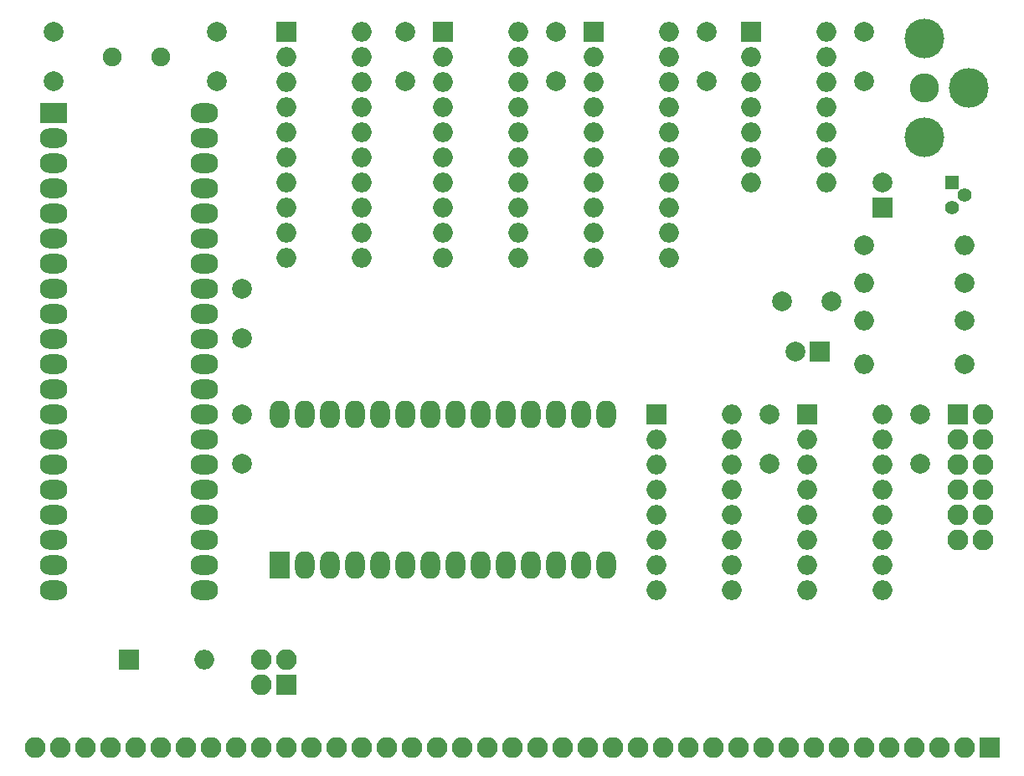
<source format=gts>
G04 #@! TF.FileFunction,Soldermask,Top*
%FSLAX46Y46*%
G04 Gerber Fmt 4.6, Leading zero omitted, Abs format (unit mm)*
G04 Created by KiCad (PCBNEW 4.0.7) date 01/29/20 23:24:51*
%MOMM*%
%LPD*%
G01*
G04 APERTURE LIST*
%ADD10C,0.100000*%
%ADD11R,2.000000X2.000000*%
%ADD12C,2.000000*%
%ADD13R,2.100000X2.100000*%
%ADD14O,2.100000X2.100000*%
%ADD15O,2.000000X2.000000*%
%ADD16C,1.900000*%
%ADD17C,2.950000*%
%ADD18C,4.016000*%
%ADD19C,1.400000*%
%ADD20R,1.400000X1.400000*%
%ADD21R,2.800000X2.000000*%
%ADD22O,2.800000X2.000000*%
%ADD23R,2.000000X2.800000*%
%ADD24O,2.000000X2.800000*%
G04 APERTURE END LIST*
D10*
D11*
X175895000Y-107315000D03*
D12*
X173395000Y-107315000D03*
D13*
X193040000Y-147320000D03*
D14*
X190500000Y-147320000D03*
X187960000Y-147320000D03*
X185420000Y-147320000D03*
X182880000Y-147320000D03*
X180340000Y-147320000D03*
X177800000Y-147320000D03*
X175260000Y-147320000D03*
X172720000Y-147320000D03*
X170180000Y-147320000D03*
X167640000Y-147320000D03*
X165100000Y-147320000D03*
X162560000Y-147320000D03*
X160020000Y-147320000D03*
X157480000Y-147320000D03*
X154940000Y-147320000D03*
X152400000Y-147320000D03*
X149860000Y-147320000D03*
X147320000Y-147320000D03*
X144780000Y-147320000D03*
X142240000Y-147320000D03*
X139700000Y-147320000D03*
X137160000Y-147320000D03*
X134620000Y-147320000D03*
X132080000Y-147320000D03*
X129540000Y-147320000D03*
X127000000Y-147320000D03*
X124460000Y-147320000D03*
X121920000Y-147320000D03*
X119380000Y-147320000D03*
X116840000Y-147320000D03*
X114300000Y-147320000D03*
X111760000Y-147320000D03*
X109220000Y-147320000D03*
X106680000Y-147320000D03*
X104140000Y-147320000D03*
X101600000Y-147320000D03*
X99060000Y-147320000D03*
X96520000Y-147320000D03*
D11*
X174625000Y-113665000D03*
D15*
X182245000Y-131445000D03*
X174625000Y-116205000D03*
X182245000Y-128905000D03*
X174625000Y-118745000D03*
X182245000Y-126365000D03*
X174625000Y-121285000D03*
X182245000Y-123825000D03*
X174625000Y-123825000D03*
X182245000Y-121285000D03*
X174625000Y-126365000D03*
X182245000Y-118745000D03*
X174625000Y-128905000D03*
X182245000Y-116205000D03*
X174625000Y-131445000D03*
X182245000Y-113665000D03*
D11*
X159385000Y-113665000D03*
D15*
X167005000Y-131445000D03*
X159385000Y-116205000D03*
X167005000Y-128905000D03*
X159385000Y-118745000D03*
X167005000Y-126365000D03*
X159385000Y-121285000D03*
X167005000Y-123825000D03*
X159385000Y-123825000D03*
X167005000Y-121285000D03*
X159385000Y-126365000D03*
X167005000Y-118745000D03*
X159385000Y-128905000D03*
X167005000Y-116205000D03*
X159385000Y-131445000D03*
X167005000Y-113665000D03*
D13*
X189865000Y-113665000D03*
D14*
X192405000Y-113665000D03*
X189865000Y-116205000D03*
X192405000Y-116205000D03*
X189865000Y-118745000D03*
X192405000Y-118745000D03*
X189865000Y-121285000D03*
X192405000Y-121285000D03*
X189865000Y-123825000D03*
X192405000Y-123825000D03*
X189865000Y-126365000D03*
X192405000Y-126365000D03*
D12*
X117475000Y-100965000D03*
X117475000Y-105965000D03*
X186055000Y-113665000D03*
X186055000Y-118665000D03*
X117475000Y-113665000D03*
X117475000Y-118665000D03*
X170815000Y-113665000D03*
X170815000Y-118665000D03*
X190500000Y-100330000D03*
D15*
X180340000Y-100330000D03*
D12*
X190500000Y-104140000D03*
D15*
X180340000Y-104140000D03*
D12*
X180340000Y-96520000D03*
D15*
X190500000Y-96520000D03*
D16*
X109220000Y-77470000D03*
X104340000Y-77470000D03*
D12*
X149225000Y-74930000D03*
X149225000Y-79930000D03*
X133985000Y-74930000D03*
X133985000Y-79930000D03*
X164465000Y-74930000D03*
X164465000Y-79930000D03*
X98425000Y-74930000D03*
X98425000Y-79930000D03*
X114935000Y-74930000D03*
X114935000Y-79930000D03*
X172085000Y-102235000D03*
X177085000Y-102235000D03*
D11*
X182245000Y-92710000D03*
D12*
X182245000Y-90210000D03*
D11*
X106045000Y-138430000D03*
D15*
X113665000Y-138430000D03*
D13*
X121920000Y-140970000D03*
D14*
X119380000Y-140970000D03*
X121920000Y-138430000D03*
X119380000Y-138430000D03*
D17*
X186455000Y-80645000D03*
D18*
X186455000Y-85645000D03*
X186455000Y-75645000D03*
X190955000Y-80645000D03*
D19*
X190500000Y-91440000D03*
X189230000Y-92710000D03*
D20*
X189230000Y-90170000D03*
D21*
X98425000Y-83185000D03*
D22*
X113665000Y-131445000D03*
X98425000Y-85725000D03*
X113665000Y-128905000D03*
X98425000Y-88265000D03*
X113665000Y-126365000D03*
X98425000Y-90805000D03*
X113665000Y-123825000D03*
X98425000Y-93345000D03*
X113665000Y-121285000D03*
X98425000Y-95885000D03*
X113665000Y-118745000D03*
X98425000Y-98425000D03*
X113665000Y-116205000D03*
X98425000Y-100965000D03*
X113665000Y-113665000D03*
X98425000Y-103505000D03*
X113665000Y-111125000D03*
X98425000Y-106045000D03*
X113665000Y-108585000D03*
X98425000Y-108585000D03*
X113665000Y-106045000D03*
X98425000Y-111125000D03*
X113665000Y-103505000D03*
X98425000Y-113665000D03*
X113665000Y-100965000D03*
X98425000Y-116205000D03*
X113665000Y-98425000D03*
X98425000Y-118745000D03*
X113665000Y-95885000D03*
X98425000Y-121285000D03*
X113665000Y-93345000D03*
X98425000Y-123825000D03*
X113665000Y-90805000D03*
X98425000Y-126365000D03*
X113665000Y-88265000D03*
X98425000Y-128905000D03*
X113665000Y-85725000D03*
X98425000Y-131445000D03*
X113665000Y-83185000D03*
D23*
X121285000Y-128905000D03*
D24*
X154305000Y-113665000D03*
X123825000Y-128905000D03*
X151765000Y-113665000D03*
X126365000Y-128905000D03*
X149225000Y-113665000D03*
X128905000Y-128905000D03*
X146685000Y-113665000D03*
X131445000Y-128905000D03*
X144145000Y-113665000D03*
X133985000Y-128905000D03*
X141605000Y-113665000D03*
X136525000Y-128905000D03*
X139065000Y-113665000D03*
X139065000Y-128905000D03*
X136525000Y-113665000D03*
X141605000Y-128905000D03*
X133985000Y-113665000D03*
X144145000Y-128905000D03*
X131445000Y-113665000D03*
X146685000Y-128905000D03*
X128905000Y-113665000D03*
X149225000Y-128905000D03*
X126365000Y-113665000D03*
X151765000Y-128905000D03*
X123825000Y-113665000D03*
X154305000Y-128905000D03*
X121285000Y-113665000D03*
D11*
X168910000Y-74930000D03*
D15*
X176530000Y-90170000D03*
X168910000Y-77470000D03*
X176530000Y-87630000D03*
X168910000Y-80010000D03*
X176530000Y-85090000D03*
X168910000Y-82550000D03*
X176530000Y-82550000D03*
X168910000Y-85090000D03*
X176530000Y-80010000D03*
X168910000Y-87630000D03*
X176530000Y-77470000D03*
X168910000Y-90170000D03*
X176530000Y-74930000D03*
D11*
X137795000Y-74930000D03*
D15*
X145415000Y-97790000D03*
X137795000Y-77470000D03*
X145415000Y-95250000D03*
X137795000Y-80010000D03*
X145415000Y-92710000D03*
X137795000Y-82550000D03*
X145415000Y-90170000D03*
X137795000Y-85090000D03*
X145415000Y-87630000D03*
X137795000Y-87630000D03*
X145415000Y-85090000D03*
X137795000Y-90170000D03*
X145415000Y-82550000D03*
X137795000Y-92710000D03*
X145415000Y-80010000D03*
X137795000Y-95250000D03*
X145415000Y-77470000D03*
X137795000Y-97790000D03*
X145415000Y-74930000D03*
D11*
X121920000Y-74930000D03*
D15*
X129540000Y-97790000D03*
X121920000Y-77470000D03*
X129540000Y-95250000D03*
X121920000Y-80010000D03*
X129540000Y-92710000D03*
X121920000Y-82550000D03*
X129540000Y-90170000D03*
X121920000Y-85090000D03*
X129540000Y-87630000D03*
X121920000Y-87630000D03*
X129540000Y-85090000D03*
X121920000Y-90170000D03*
X129540000Y-82550000D03*
X121920000Y-92710000D03*
X129540000Y-80010000D03*
X121920000Y-95250000D03*
X129540000Y-77470000D03*
X121920000Y-97790000D03*
X129540000Y-74930000D03*
D11*
X153035000Y-74930000D03*
D15*
X160655000Y-97790000D03*
X153035000Y-77470000D03*
X160655000Y-95250000D03*
X153035000Y-80010000D03*
X160655000Y-92710000D03*
X153035000Y-82550000D03*
X160655000Y-90170000D03*
X153035000Y-85090000D03*
X160655000Y-87630000D03*
X153035000Y-87630000D03*
X160655000Y-85090000D03*
X153035000Y-90170000D03*
X160655000Y-82550000D03*
X153035000Y-92710000D03*
X160655000Y-80010000D03*
X153035000Y-95250000D03*
X160655000Y-77470000D03*
X153035000Y-97790000D03*
X160655000Y-74930000D03*
D12*
X180340000Y-74930000D03*
X180340000Y-79930000D03*
X190500000Y-108585000D03*
D15*
X180340000Y-108585000D03*
M02*

</source>
